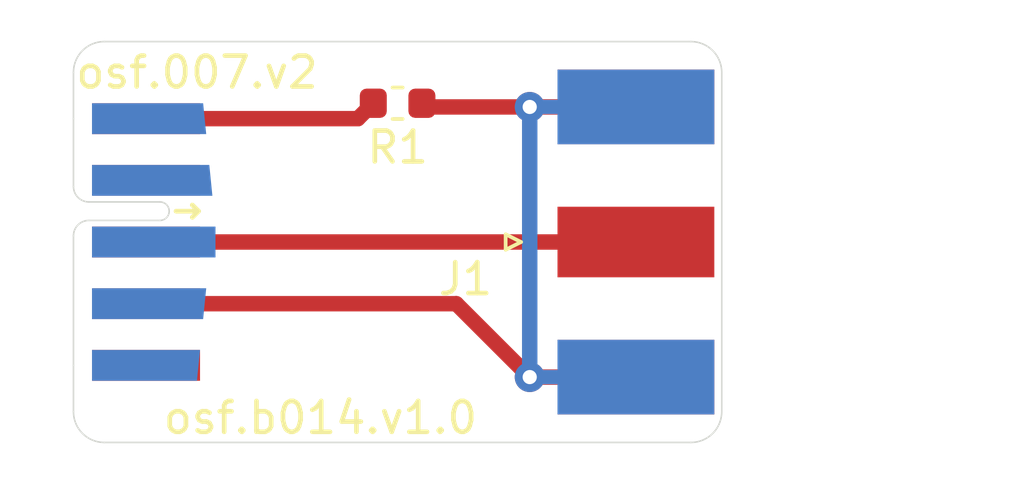
<source format=kicad_pcb>
(kicad_pcb (version 20211014) (generator pcbnew)
  (layers (0 "F.Cu" signal) (31 "B.Cu" signal) (34 "B.Paste" user) (35 "F.Paste" user) (36 "B.SilkS" user "B.Silkscreen") (37 "F.SilkS" user "F.Silkscreen") (38 "B.Mask" user) (39 "F.Mask" user) (44 "Edge.Cuts" user))
  (net 0 "")
  (net 1 "GND")
  (net 2 "Net-(J1-Pad2)")
  (net 3 "Net-(J1-Pad1)")
  (footprint "on_edge:on_edge_2x05_device" (layer "F.Cu") (at 130 90.5 -90)
    (fp_text reference "J2")
    (fp_text value "007_ADC_2x2")
    (fp_line (start -1.2 -3.85) (end -1 -4.05) (layer "F.SilkS") (width 0.153))
    (fp_line (start -1 -4.05) (end -1 -3.323) (layer "F.SilkS") (width 0.153))
    (fp_line (start -1 -4.05) (end -0.8 -3.85) (layer "F.SilkS") (width 0.153))
    (fp_line (start -0.7 -0.5) (end -0.7 -2.8) (layer "Edge.Cuts") (width 0.05))
    (fp_line (start -0.2 0) (end 4 0) (layer "Edge.Cuts") (width 0.05))
    (fp_line (start -1.3 -2.8) (end -1.3 -0.5) (layer "Edge.Cuts") (width 0.05))
    (fp_line (start -4 0) (end -1.8 0) (layer "Edge.Cuts") (width 0.05))
    (fp_arc (start -1.3 -2.8) (mid -1 -3.1) (end -0.7 -2.8) (layer "Edge.Cuts") (width 0.05))
    (fp_arc (start -0.2 0) (mid -0.553553 -0.146447) (end -0.7 -0.5) (layer "Edge.Cuts") (width 0.05))
    (fp_arc (start -1.3 -0.5) (mid -1.446447 -0.146447) (end -1.8 0) (layer "Edge.Cuts") (width 0.05))
    (pad "1" smd rect (at -4 -2.35 90) (size 1 3.5) (layers "F.Cu" "F.Mask") (net 1 "GND"))
    (pad "2" smd rect (at -2 -2.35 270) (size 1 3.5) (layers "F.Cu" "F.Mask"))
    (pad "3" smd rect (at 0 -2.35 270) (size 1 3.5) (layers "F.Cu" "F.Mask") (net 3 "Net-(J1-Pad1)"))
    (pad "4" smd rect (at 2 -2.35 90) (size 1 3.5) (layers "F.Cu" "F.Mask") (net 2 "Net-(J1-Pad2)"))
    (pad "5" smd rect (at 4 -2.35 90) (size 1 3.5) (layers "F.Cu" "F.Mask"))
    (pad "6" smd custom (at -4 -2.4 270) (size 1 3.6) (layers "B.Cu" "B.Mask") (options (clearance outline) (anchor rect)) (primitives (gr_poly (pts (xy 0.5 -1.8) (xy 0.5 -1.9) (xy -0.5 -1.8)) (width 0) (fill yes))))
    (pad "7" smd custom (at -2 -2.1 270) (size 1 3) (layers "B.Cu" "B.Mask") (options (clearance outline) (anchor rect)) (primitives (gr_poly (pts (xy 0.3 -0.51) (xy 0.31 -0.62) (xy 0.33 -0.7) (xy 0.35 -0.76) (xy 0.37 -0.81) (xy 0.4 -0.86) (xy 0.44 -0.92) (xy 0.48 -0.97) (xy 0.5 -0.99) (xy 0.5 -2.4) (xy -0.5 -2.3) (xy -0.5 1.5) (xy 0.3 1.5)) (width 0) (fill yes))))
    (pad "8" smd rect (at 0 -2.6 270) (size 1 4) (layers "B.Cu" "B.Mask"))
    (pad "9" smd custom (at 2 -2.4 270) (size 1 3.6) (layers "B.Cu" "B.Mask") (options (clearance outline) (anchor rect)) (primitives (gr_poly (pts (xy -0.5 -1.8) (xy -0.5 -1.9) (xy 0.5 -1.8)) (width 0) (fill yes))))
    (pad "10" smd custom (at 4 -2.3 270) (size 1 3.4) (layers "B.Cu" "B.Mask") (options (clearance outline) (anchor rect)) (primitives (gr_poly (pts (xy -0.5 -1.7) (xy -0.5 -1.8) (xy 0.5 -1.7)) (width 0) (fill yes))))
  )
  (footprint "Connector_Coaxial:SMA_Molex_73251-1153_EdgeMount_Horizontal" (layer "F.Cu") (at 146.5 90.5 180)
    (fp_text reference "J1" (at 3.8 -1.2) (layer "F.SilkS"))
    (fp_text value "Conn_Coaxial")
    (fp_line (start 2.5 0.25) (end 2 0) (layer "F.SilkS") (width 0.12))
    (fp_line (start 2 0) (end 2.5 -0.25) (layer "F.SilkS") (width 0.12))
    (fp_line (start 2.5 -0.25) (end 2.5 0.25) (layer "F.SilkS") (width 0.12))
    (pad "1" smd rect locked (at -1.72 0 180) (size 5.08 2.29) (layers "F.Cu" "F.Paste" "F.Mask") (net 3 "Net-(J1-Pad1)"))
    (pad "2" smd rect locked (at 1.27 -4.38 180) (size 0.95 0.46) (layers "F.Cu") (net 2 "Net-(J1-Pad2)"))
    (pad "2" smd rect locked (at -1.72 -4.38 180) (size 5.08 2.42) (layers "B.Cu" "B.Paste" "B.Mask") (net 2 "Net-(J1-Pad2)"))
    (pad "2" smd rect locked (at -1.72 -4.38 180) (size 5.08 2.42) (layers "F.Cu" "F.Paste" "F.Mask") (net 2 "Net-(J1-Pad2)"))
    (pad "2" smd rect locked (at 1.27 -4.38 180) (size 0.95 0.46) (layers "B.Cu") (net 2 "Net-(J1-Pad2)"))
    (pad "2" smd rect locked (at -1.72 4.38 180) (size 5.08 2.42) (layers "B.Cu" "B.Paste" "B.Mask") (net 2 "Net-(J1-Pad2)"))
    (pad "2" thru_hole circle locked (at 1.72 -4.38 180) (size 0.97 0.97) (drill 0.46) (layers *.Cu) (net 2 "Net-(J1-Pad2)"))
    (pad "2" thru_hole circle locked (at 1.72 4.38 180) (size 0.97 0.97) (drill 0.46) (layers *.Cu) (net 2 "Net-(J1-Pad2)"))
    (pad "2" smd rect locked (at 1.27 4.38 180) (size 0.95 0.46) (layers "B.Cu") (net 2 "Net-(J1-Pad2)"))
    (pad "2" smd rect locked (at 1.27 4.38 180) (size 0.95 0.46) (layers "F.Cu") (net 2 "Net-(J1-Pad2)"))
    (pad "2" smd rect locked (at -1.72 4.38 180) (size 5.08 2.42) (layers "F.Cu" "F.Paste" "F.Mask") (net 2 "Net-(J1-Pad2)"))
  )
  (footprint "Resistor_SMD:R_0603_1608Metric" (layer "F.Cu") (at 140.5 86 180)
    (fp_text reference "R1" (at 0 -1.43) (layer "F.SilkS"))
    (fp_text value "d.n.p")
    (fp_line (start -0.162779 0.51) (end 0.162779 0.51) (layer "F.SilkS") (width 0.12))
    (fp_line (start -0.162779 -0.51) (end 0.162779 -0.51) (layer "F.SilkS") (width 0.12))
    (pad "1" smd roundrect locked (at -0.7875 0 180) (size 0.875 0.95) (layers "F.Cu" "F.Paste" "F.Mask") (net 2 "Net-(J1-Pad2)"))
    (pad "2" smd roundrect locked (at 0.7875 0 180) (size 0.875 0.95) (layers "F.Cu" "F.Paste" "F.Mask") (net 1 "GND"))
  )
  (gr_line (start 151 96) (end 151 85) (layer "Edge.Cuts") (width 0.05))
  (gr_arc (start 150 84) (mid 150.707107 84.292893) (end 151 85) (layer "Edge.Cuts") (width 0.05))
  (gr_line (start 130 96) (end 130 94.5) (layer "Edge.Cuts") (width 0.05))
  (gr_line (start 131 84) (end 150 84) (layer "Edge.Cuts") (width 0.05))
  (gr_arc (start 151 96) (mid 150.707107 96.707107) (end 150 97) (layer "Edge.Cuts") (width 0.05))
  (gr_line (start 150 97) (end 131 97) (layer "Edge.Cuts") (width 0.05))
  (gr_arc (start 130 85) (mid 130.292893 84.292893) (end 131 84) (layer "Edge.Cuts") (width 0.05))
  (gr_line (start 130 85) (end 130 86.5) (layer "Edge.Cuts") (width 0.05))
  (gr_arc (start 131 97) (mid 130.292893 96.707107) (end 130 96) (layer "Edge.Cuts") (width 0.05))
  (gr_text "osf.b014.v1.0" (at 138 96.2) (layer "F.SilkS") (effects (font (size 1 1))))
  (gr_text "osf.007.v2" (at 134 85) (layer "F.SilkS") (effects (font (size 1 1))))
  (segment (start 132.35 86.5) (end 139.2125 86.5) (width 0.5) (layer "F.Cu") (net 1))
  (segment (start 139.2125 86.5) (end 139.7125 86) (width 0.5) (layer "F.Cu") (net 1))
  (segment (start 132.35 92.5) (end 142.4 92.5) (width 0.5) (layer "F.Cu") (net 2))
  (segment (start 144.78 86.12) (end 148.22 86.12) (width 0.5) (layer "F.Cu") (net 2))
  (segment (start 141.24 86) (end 141.2875 86) (width 0.5) (layer "F.Cu") (net 2))
  (segment (start 142.4 92.5) (end 144.78 94.88) (width 0.5) (layer "F.Cu") (net 2))
  (segment (start 144.78 86.12) (end 141.12 86.12) (width 0.5) (layer "F.Cu") (net 2))
  (segment (start 144.78 94.88) (end 148.22 94.88) (width 0.5) (layer "F.Cu") (net 2))
  (segment (start 141.12 86.12) (end 141.24 86) (width 0.5) (layer "F.Cu") (net 2))
  (segment (start 144.78 94.88) (end 144.78 86.12) (width 0.5) (layer "B.Cu") (net 2))
  (segment (start 148.22 90.5) (end 133.6 90.5) (width 0.5) (layer "F.Cu") (net 3))
)
</source>
